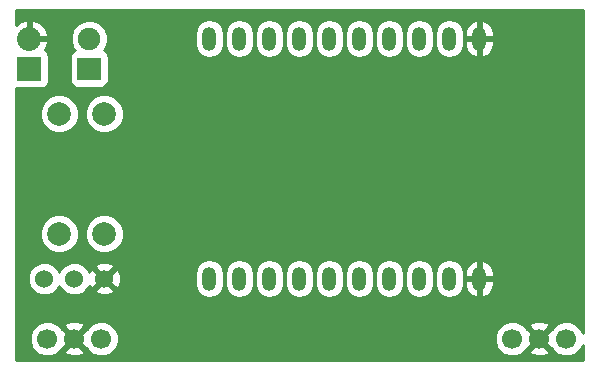
<source format=gbr>
G04 #@! TF.FileFunction,Copper,L2,Bot,Signal*
%FSLAX46Y46*%
G04 Gerber Fmt 4.6, Leading zero omitted, Abs format (unit mm)*
G04 Created by KiCad (PCBNEW 4.0.2+dfsg1-stable) date Sun 09 Apr 2017 07:28:00 PM CDT*
%MOMM*%
G01*
G04 APERTURE LIST*
%ADD10C,0.100000*%
%ADD11R,2.000000X1.900000*%
%ADD12C,1.900000*%
%ADD13C,1.524000*%
%ADD14C,1.998980*%
%ADD15C,1.699260*%
%ADD16O,1.200000X2.000000*%
%ADD17R,2.032000X2.032000*%
%ADD18O,2.032000X2.032000*%
%ADD19C,0.254000*%
G04 APERTURE END LIST*
D10*
D11*
X90170000Y-104140000D03*
D12*
X90170000Y-101600000D03*
D13*
X88900000Y-121920000D03*
X91440000Y-121920000D03*
X86360000Y-121920000D03*
D14*
X91440000Y-118110000D03*
X91440000Y-107950000D03*
X87630000Y-107950000D03*
X87630000Y-118110000D03*
D15*
X88900000Y-127000000D03*
X86608920Y-127000000D03*
X91191080Y-127000000D03*
X128270000Y-127000000D03*
X125978920Y-127000000D03*
X130561080Y-127000000D03*
D16*
X100330000Y-101600000D03*
X100330000Y-121920000D03*
X102870000Y-101600000D03*
X102870000Y-121920000D03*
X105410000Y-101600000D03*
X105410000Y-121920000D03*
X107950000Y-101600000D03*
X107950000Y-121920000D03*
X110490000Y-101600000D03*
X110490000Y-121920000D03*
X113030000Y-101600000D03*
X113030000Y-121920000D03*
X115570000Y-101600000D03*
X115570000Y-121920000D03*
X118110000Y-101600000D03*
X118110000Y-121920000D03*
X120650000Y-101600000D03*
X120650000Y-121920000D03*
X123190000Y-101600000D03*
X123190000Y-121920000D03*
D17*
X85090000Y-104140000D03*
D18*
X85090000Y-101600000D03*
D19*
G36*
X131953000Y-126480985D02*
X131820422Y-126160123D01*
X131403154Y-125742126D01*
X130857687Y-125515628D01*
X130267064Y-125515112D01*
X129721203Y-125740658D01*
X129322453Y-126138713D01*
X129313690Y-126135915D01*
X128449605Y-127000000D01*
X129313690Y-127864085D01*
X129322952Y-127861128D01*
X129719006Y-128257874D01*
X130264473Y-128484372D01*
X130855096Y-128484888D01*
X131400957Y-128259342D01*
X131818954Y-127842074D01*
X131953000Y-127519256D01*
X131953000Y-128778000D01*
X83947000Y-128778000D01*
X83947000Y-127294016D01*
X85124032Y-127294016D01*
X85349578Y-127839877D01*
X85766846Y-128257874D01*
X86312313Y-128484372D01*
X86902936Y-128484888D01*
X87448797Y-128259342D01*
X87664825Y-128043690D01*
X88035915Y-128043690D01*
X88116142Y-128294953D01*
X88671367Y-128496350D01*
X89261399Y-128469941D01*
X89683858Y-128294953D01*
X89764085Y-128043690D01*
X88900000Y-127179605D01*
X88035915Y-128043690D01*
X87664825Y-128043690D01*
X87847547Y-127861287D01*
X87856310Y-127864085D01*
X88720395Y-127000000D01*
X89079605Y-127000000D01*
X89943690Y-127864085D01*
X89952952Y-127861128D01*
X90349006Y-128257874D01*
X90894473Y-128484372D01*
X91485096Y-128484888D01*
X92030957Y-128259342D01*
X92448954Y-127842074D01*
X92675452Y-127296607D01*
X92675454Y-127294016D01*
X124494032Y-127294016D01*
X124719578Y-127839877D01*
X125136846Y-128257874D01*
X125682313Y-128484372D01*
X126272936Y-128484888D01*
X126818797Y-128259342D01*
X127034825Y-128043690D01*
X127405915Y-128043690D01*
X127486142Y-128294953D01*
X128041367Y-128496350D01*
X128631399Y-128469941D01*
X129053858Y-128294953D01*
X129134085Y-128043690D01*
X128270000Y-127179605D01*
X127405915Y-128043690D01*
X127034825Y-128043690D01*
X127217547Y-127861287D01*
X127226310Y-127864085D01*
X128090395Y-127000000D01*
X127226310Y-126135915D01*
X127217048Y-126138872D01*
X127034805Y-125956310D01*
X127405915Y-125956310D01*
X128270000Y-126820395D01*
X129134085Y-125956310D01*
X129053858Y-125705047D01*
X128498633Y-125503650D01*
X127908601Y-125530059D01*
X127486142Y-125705047D01*
X127405915Y-125956310D01*
X127034805Y-125956310D01*
X126820994Y-125742126D01*
X126275527Y-125515628D01*
X125684904Y-125515112D01*
X125139043Y-125740658D01*
X124721046Y-126157926D01*
X124494548Y-126703393D01*
X124494032Y-127294016D01*
X92675454Y-127294016D01*
X92675968Y-126705984D01*
X92450422Y-126160123D01*
X92033154Y-125742126D01*
X91487687Y-125515628D01*
X90897064Y-125515112D01*
X90351203Y-125740658D01*
X89952453Y-126138713D01*
X89943690Y-126135915D01*
X89079605Y-127000000D01*
X88720395Y-127000000D01*
X87856310Y-126135915D01*
X87847048Y-126138872D01*
X87664805Y-125956310D01*
X88035915Y-125956310D01*
X88900000Y-126820395D01*
X89764085Y-125956310D01*
X89683858Y-125705047D01*
X89128633Y-125503650D01*
X88538601Y-125530059D01*
X88116142Y-125705047D01*
X88035915Y-125956310D01*
X87664805Y-125956310D01*
X87450994Y-125742126D01*
X86905527Y-125515628D01*
X86314904Y-125515112D01*
X85769043Y-125740658D01*
X85351046Y-126157926D01*
X85124548Y-126703393D01*
X85124032Y-127294016D01*
X83947000Y-127294016D01*
X83947000Y-122196661D01*
X84962758Y-122196661D01*
X85174990Y-122710303D01*
X85567630Y-123103629D01*
X86080900Y-123316757D01*
X86636661Y-123317242D01*
X87150303Y-123105010D01*
X87543629Y-122712370D01*
X87629949Y-122504488D01*
X87714990Y-122710303D01*
X88107630Y-123103629D01*
X88620900Y-123316757D01*
X89176661Y-123317242D01*
X89690303Y-123105010D01*
X89895457Y-122900213D01*
X90639392Y-122900213D01*
X90708857Y-123142397D01*
X91232302Y-123329144D01*
X91787368Y-123301362D01*
X92171143Y-123142397D01*
X92240608Y-122900213D01*
X91440000Y-122099605D01*
X90639392Y-122900213D01*
X89895457Y-122900213D01*
X90083629Y-122712370D01*
X90163395Y-122520273D01*
X90217603Y-122651143D01*
X90459787Y-122720608D01*
X91260395Y-121920000D01*
X91619605Y-121920000D01*
X92420213Y-122720608D01*
X92662397Y-122651143D01*
X92849144Y-122127698D01*
X92821362Y-121572632D01*
X92786293Y-121487968D01*
X99095000Y-121487968D01*
X99095000Y-122352032D01*
X99189009Y-122824646D01*
X99456723Y-123225309D01*
X99857386Y-123493023D01*
X100330000Y-123587032D01*
X100802614Y-123493023D01*
X101203277Y-123225309D01*
X101470991Y-122824646D01*
X101565000Y-122352032D01*
X101565000Y-121487968D01*
X101635000Y-121487968D01*
X101635000Y-122352032D01*
X101729009Y-122824646D01*
X101996723Y-123225309D01*
X102397386Y-123493023D01*
X102870000Y-123587032D01*
X103342614Y-123493023D01*
X103743277Y-123225309D01*
X104010991Y-122824646D01*
X104105000Y-122352032D01*
X104105000Y-121487968D01*
X104175000Y-121487968D01*
X104175000Y-122352032D01*
X104269009Y-122824646D01*
X104536723Y-123225309D01*
X104937386Y-123493023D01*
X105410000Y-123587032D01*
X105882614Y-123493023D01*
X106283277Y-123225309D01*
X106550991Y-122824646D01*
X106645000Y-122352032D01*
X106645000Y-121487968D01*
X106715000Y-121487968D01*
X106715000Y-122352032D01*
X106809009Y-122824646D01*
X107076723Y-123225309D01*
X107477386Y-123493023D01*
X107950000Y-123587032D01*
X108422614Y-123493023D01*
X108823277Y-123225309D01*
X109090991Y-122824646D01*
X109185000Y-122352032D01*
X109185000Y-121487968D01*
X109255000Y-121487968D01*
X109255000Y-122352032D01*
X109349009Y-122824646D01*
X109616723Y-123225309D01*
X110017386Y-123493023D01*
X110490000Y-123587032D01*
X110962614Y-123493023D01*
X111363277Y-123225309D01*
X111630991Y-122824646D01*
X111725000Y-122352032D01*
X111725000Y-121487968D01*
X111795000Y-121487968D01*
X111795000Y-122352032D01*
X111889009Y-122824646D01*
X112156723Y-123225309D01*
X112557386Y-123493023D01*
X113030000Y-123587032D01*
X113502614Y-123493023D01*
X113903277Y-123225309D01*
X114170991Y-122824646D01*
X114265000Y-122352032D01*
X114265000Y-121487968D01*
X114335000Y-121487968D01*
X114335000Y-122352032D01*
X114429009Y-122824646D01*
X114696723Y-123225309D01*
X115097386Y-123493023D01*
X115570000Y-123587032D01*
X116042614Y-123493023D01*
X116443277Y-123225309D01*
X116710991Y-122824646D01*
X116805000Y-122352032D01*
X116805000Y-121487968D01*
X116875000Y-121487968D01*
X116875000Y-122352032D01*
X116969009Y-122824646D01*
X117236723Y-123225309D01*
X117637386Y-123493023D01*
X118110000Y-123587032D01*
X118582614Y-123493023D01*
X118983277Y-123225309D01*
X119250991Y-122824646D01*
X119345000Y-122352032D01*
X119345000Y-121487968D01*
X119415000Y-121487968D01*
X119415000Y-122352032D01*
X119509009Y-122824646D01*
X119776723Y-123225309D01*
X120177386Y-123493023D01*
X120650000Y-123587032D01*
X121122614Y-123493023D01*
X121523277Y-123225309D01*
X121790991Y-122824646D01*
X121885000Y-122352032D01*
X121885000Y-122047000D01*
X121955000Y-122047000D01*
X121955000Y-122447000D01*
X122097610Y-122909947D01*
X122406526Y-123283080D01*
X122834719Y-123509592D01*
X122872391Y-123513462D01*
X123063000Y-123388731D01*
X123063000Y-122047000D01*
X123317000Y-122047000D01*
X123317000Y-123388731D01*
X123507609Y-123513462D01*
X123545281Y-123509592D01*
X123973474Y-123283080D01*
X124282390Y-122909947D01*
X124425000Y-122447000D01*
X124425000Y-122047000D01*
X123317000Y-122047000D01*
X123063000Y-122047000D01*
X121955000Y-122047000D01*
X121885000Y-122047000D01*
X121885000Y-121487968D01*
X121866110Y-121393000D01*
X121955000Y-121393000D01*
X121955000Y-121793000D01*
X123063000Y-121793000D01*
X123063000Y-120451269D01*
X123317000Y-120451269D01*
X123317000Y-121793000D01*
X124425000Y-121793000D01*
X124425000Y-121393000D01*
X124282390Y-120930053D01*
X123973474Y-120556920D01*
X123545281Y-120330408D01*
X123507609Y-120326538D01*
X123317000Y-120451269D01*
X123063000Y-120451269D01*
X122872391Y-120326538D01*
X122834719Y-120330408D01*
X122406526Y-120556920D01*
X122097610Y-120930053D01*
X121955000Y-121393000D01*
X121866110Y-121393000D01*
X121790991Y-121015354D01*
X121523277Y-120614691D01*
X121122614Y-120346977D01*
X120650000Y-120252968D01*
X120177386Y-120346977D01*
X119776723Y-120614691D01*
X119509009Y-121015354D01*
X119415000Y-121487968D01*
X119345000Y-121487968D01*
X119250991Y-121015354D01*
X118983277Y-120614691D01*
X118582614Y-120346977D01*
X118110000Y-120252968D01*
X117637386Y-120346977D01*
X117236723Y-120614691D01*
X116969009Y-121015354D01*
X116875000Y-121487968D01*
X116805000Y-121487968D01*
X116710991Y-121015354D01*
X116443277Y-120614691D01*
X116042614Y-120346977D01*
X115570000Y-120252968D01*
X115097386Y-120346977D01*
X114696723Y-120614691D01*
X114429009Y-121015354D01*
X114335000Y-121487968D01*
X114265000Y-121487968D01*
X114170991Y-121015354D01*
X113903277Y-120614691D01*
X113502614Y-120346977D01*
X113030000Y-120252968D01*
X112557386Y-120346977D01*
X112156723Y-120614691D01*
X111889009Y-121015354D01*
X111795000Y-121487968D01*
X111725000Y-121487968D01*
X111630991Y-121015354D01*
X111363277Y-120614691D01*
X110962614Y-120346977D01*
X110490000Y-120252968D01*
X110017386Y-120346977D01*
X109616723Y-120614691D01*
X109349009Y-121015354D01*
X109255000Y-121487968D01*
X109185000Y-121487968D01*
X109090991Y-121015354D01*
X108823277Y-120614691D01*
X108422614Y-120346977D01*
X107950000Y-120252968D01*
X107477386Y-120346977D01*
X107076723Y-120614691D01*
X106809009Y-121015354D01*
X106715000Y-121487968D01*
X106645000Y-121487968D01*
X106550991Y-121015354D01*
X106283277Y-120614691D01*
X105882614Y-120346977D01*
X105410000Y-120252968D01*
X104937386Y-120346977D01*
X104536723Y-120614691D01*
X104269009Y-121015354D01*
X104175000Y-121487968D01*
X104105000Y-121487968D01*
X104010991Y-121015354D01*
X103743277Y-120614691D01*
X103342614Y-120346977D01*
X102870000Y-120252968D01*
X102397386Y-120346977D01*
X101996723Y-120614691D01*
X101729009Y-121015354D01*
X101635000Y-121487968D01*
X101565000Y-121487968D01*
X101470991Y-121015354D01*
X101203277Y-120614691D01*
X100802614Y-120346977D01*
X100330000Y-120252968D01*
X99857386Y-120346977D01*
X99456723Y-120614691D01*
X99189009Y-121015354D01*
X99095000Y-121487968D01*
X92786293Y-121487968D01*
X92662397Y-121188857D01*
X92420213Y-121119392D01*
X91619605Y-121920000D01*
X91260395Y-121920000D01*
X90459787Y-121119392D01*
X90217603Y-121188857D01*
X90167491Y-121329318D01*
X90085010Y-121129697D01*
X89895432Y-120939787D01*
X90639392Y-120939787D01*
X91440000Y-121740395D01*
X92240608Y-120939787D01*
X92171143Y-120697603D01*
X91647698Y-120510856D01*
X91092632Y-120538638D01*
X90708857Y-120697603D01*
X90639392Y-120939787D01*
X89895432Y-120939787D01*
X89692370Y-120736371D01*
X89179100Y-120523243D01*
X88623339Y-120522758D01*
X88109697Y-120734990D01*
X87716371Y-121127630D01*
X87630051Y-121335512D01*
X87545010Y-121129697D01*
X87152370Y-120736371D01*
X86639100Y-120523243D01*
X86083339Y-120522758D01*
X85569697Y-120734990D01*
X85176371Y-121127630D01*
X84963243Y-121640900D01*
X84962758Y-122196661D01*
X83947000Y-122196661D01*
X83947000Y-118433694D01*
X85995226Y-118433694D01*
X86243538Y-119034655D01*
X86702927Y-119494846D01*
X87303453Y-119744206D01*
X87953694Y-119744774D01*
X88554655Y-119496462D01*
X89014846Y-119037073D01*
X89264206Y-118436547D01*
X89264208Y-118433694D01*
X89805226Y-118433694D01*
X90053538Y-119034655D01*
X90512927Y-119494846D01*
X91113453Y-119744206D01*
X91763694Y-119744774D01*
X92364655Y-119496462D01*
X92824846Y-119037073D01*
X93074206Y-118436547D01*
X93074774Y-117786306D01*
X92826462Y-117185345D01*
X92367073Y-116725154D01*
X91766547Y-116475794D01*
X91116306Y-116475226D01*
X90515345Y-116723538D01*
X90055154Y-117182927D01*
X89805794Y-117783453D01*
X89805226Y-118433694D01*
X89264208Y-118433694D01*
X89264774Y-117786306D01*
X89016462Y-117185345D01*
X88557073Y-116725154D01*
X87956547Y-116475794D01*
X87306306Y-116475226D01*
X86705345Y-116723538D01*
X86245154Y-117182927D01*
X85995794Y-117783453D01*
X85995226Y-118433694D01*
X83947000Y-118433694D01*
X83947000Y-108273694D01*
X85995226Y-108273694D01*
X86243538Y-108874655D01*
X86702927Y-109334846D01*
X87303453Y-109584206D01*
X87953694Y-109584774D01*
X88554655Y-109336462D01*
X89014846Y-108877073D01*
X89264206Y-108276547D01*
X89264208Y-108273694D01*
X89805226Y-108273694D01*
X90053538Y-108874655D01*
X90512927Y-109334846D01*
X91113453Y-109584206D01*
X91763694Y-109584774D01*
X92364655Y-109336462D01*
X92824846Y-108877073D01*
X93074206Y-108276547D01*
X93074774Y-107626306D01*
X92826462Y-107025345D01*
X92367073Y-106565154D01*
X91766547Y-106315794D01*
X91116306Y-106315226D01*
X90515345Y-106563538D01*
X90055154Y-107022927D01*
X89805794Y-107623453D01*
X89805226Y-108273694D01*
X89264208Y-108273694D01*
X89264774Y-107626306D01*
X89016462Y-107025345D01*
X88557073Y-106565154D01*
X87956547Y-106315794D01*
X87306306Y-106315226D01*
X86705345Y-106563538D01*
X86245154Y-107022927D01*
X85995794Y-107623453D01*
X85995226Y-108273694D01*
X83947000Y-108273694D01*
X83947000Y-105777722D01*
X84074000Y-105803440D01*
X86106000Y-105803440D01*
X86341317Y-105759162D01*
X86557441Y-105620090D01*
X86702431Y-105407890D01*
X86753440Y-105156000D01*
X86753440Y-103190000D01*
X88522560Y-103190000D01*
X88522560Y-105090000D01*
X88566838Y-105325317D01*
X88705910Y-105541441D01*
X88918110Y-105686431D01*
X89170000Y-105737440D01*
X91170000Y-105737440D01*
X91405317Y-105693162D01*
X91621441Y-105554090D01*
X91766431Y-105341890D01*
X91817440Y-105090000D01*
X91817440Y-103190000D01*
X91773162Y-102954683D01*
X91634090Y-102738559D01*
X91421890Y-102593569D01*
X91418808Y-102592945D01*
X91512914Y-102499003D01*
X91754724Y-101916659D01*
X91755275Y-101286107D01*
X91706461Y-101167968D01*
X99095000Y-101167968D01*
X99095000Y-102032032D01*
X99189009Y-102504646D01*
X99456723Y-102905309D01*
X99857386Y-103173023D01*
X100330000Y-103267032D01*
X100802614Y-103173023D01*
X101203277Y-102905309D01*
X101470991Y-102504646D01*
X101565000Y-102032032D01*
X101565000Y-101167968D01*
X101635000Y-101167968D01*
X101635000Y-102032032D01*
X101729009Y-102504646D01*
X101996723Y-102905309D01*
X102397386Y-103173023D01*
X102870000Y-103267032D01*
X103342614Y-103173023D01*
X103743277Y-102905309D01*
X104010991Y-102504646D01*
X104105000Y-102032032D01*
X104105000Y-101167968D01*
X104175000Y-101167968D01*
X104175000Y-102032032D01*
X104269009Y-102504646D01*
X104536723Y-102905309D01*
X104937386Y-103173023D01*
X105410000Y-103267032D01*
X105882614Y-103173023D01*
X106283277Y-102905309D01*
X106550991Y-102504646D01*
X106645000Y-102032032D01*
X106645000Y-101167968D01*
X106715000Y-101167968D01*
X106715000Y-102032032D01*
X106809009Y-102504646D01*
X107076723Y-102905309D01*
X107477386Y-103173023D01*
X107950000Y-103267032D01*
X108422614Y-103173023D01*
X108823277Y-102905309D01*
X109090991Y-102504646D01*
X109185000Y-102032032D01*
X109185000Y-101167968D01*
X109255000Y-101167968D01*
X109255000Y-102032032D01*
X109349009Y-102504646D01*
X109616723Y-102905309D01*
X110017386Y-103173023D01*
X110490000Y-103267032D01*
X110962614Y-103173023D01*
X111363277Y-102905309D01*
X111630991Y-102504646D01*
X111725000Y-102032032D01*
X111725000Y-101167968D01*
X111795000Y-101167968D01*
X111795000Y-102032032D01*
X111889009Y-102504646D01*
X112156723Y-102905309D01*
X112557386Y-103173023D01*
X113030000Y-103267032D01*
X113502614Y-103173023D01*
X113903277Y-102905309D01*
X114170991Y-102504646D01*
X114265000Y-102032032D01*
X114265000Y-101167968D01*
X114335000Y-101167968D01*
X114335000Y-102032032D01*
X114429009Y-102504646D01*
X114696723Y-102905309D01*
X115097386Y-103173023D01*
X115570000Y-103267032D01*
X116042614Y-103173023D01*
X116443277Y-102905309D01*
X116710991Y-102504646D01*
X116805000Y-102032032D01*
X116805000Y-101167968D01*
X116875000Y-101167968D01*
X116875000Y-102032032D01*
X116969009Y-102504646D01*
X117236723Y-102905309D01*
X117637386Y-103173023D01*
X118110000Y-103267032D01*
X118582614Y-103173023D01*
X118983277Y-102905309D01*
X119250991Y-102504646D01*
X119345000Y-102032032D01*
X119345000Y-101167968D01*
X119415000Y-101167968D01*
X119415000Y-102032032D01*
X119509009Y-102504646D01*
X119776723Y-102905309D01*
X120177386Y-103173023D01*
X120650000Y-103267032D01*
X121122614Y-103173023D01*
X121523277Y-102905309D01*
X121790991Y-102504646D01*
X121885000Y-102032032D01*
X121885000Y-101727000D01*
X121955000Y-101727000D01*
X121955000Y-102127000D01*
X122097610Y-102589947D01*
X122406526Y-102963080D01*
X122834719Y-103189592D01*
X122872391Y-103193462D01*
X123063000Y-103068731D01*
X123063000Y-101727000D01*
X123317000Y-101727000D01*
X123317000Y-103068731D01*
X123507609Y-103193462D01*
X123545281Y-103189592D01*
X123973474Y-102963080D01*
X124282390Y-102589947D01*
X124425000Y-102127000D01*
X124425000Y-101727000D01*
X123317000Y-101727000D01*
X123063000Y-101727000D01*
X121955000Y-101727000D01*
X121885000Y-101727000D01*
X121885000Y-101167968D01*
X121866110Y-101073000D01*
X121955000Y-101073000D01*
X121955000Y-101473000D01*
X123063000Y-101473000D01*
X123063000Y-100131269D01*
X123317000Y-100131269D01*
X123317000Y-101473000D01*
X124425000Y-101473000D01*
X124425000Y-101073000D01*
X124282390Y-100610053D01*
X123973474Y-100236920D01*
X123545281Y-100010408D01*
X123507609Y-100006538D01*
X123317000Y-100131269D01*
X123063000Y-100131269D01*
X122872391Y-100006538D01*
X122834719Y-100010408D01*
X122406526Y-100236920D01*
X122097610Y-100610053D01*
X121955000Y-101073000D01*
X121866110Y-101073000D01*
X121790991Y-100695354D01*
X121523277Y-100294691D01*
X121122614Y-100026977D01*
X120650000Y-99932968D01*
X120177386Y-100026977D01*
X119776723Y-100294691D01*
X119509009Y-100695354D01*
X119415000Y-101167968D01*
X119345000Y-101167968D01*
X119250991Y-100695354D01*
X118983277Y-100294691D01*
X118582614Y-100026977D01*
X118110000Y-99932968D01*
X117637386Y-100026977D01*
X117236723Y-100294691D01*
X116969009Y-100695354D01*
X116875000Y-101167968D01*
X116805000Y-101167968D01*
X116710991Y-100695354D01*
X116443277Y-100294691D01*
X116042614Y-100026977D01*
X115570000Y-99932968D01*
X115097386Y-100026977D01*
X114696723Y-100294691D01*
X114429009Y-100695354D01*
X114335000Y-101167968D01*
X114265000Y-101167968D01*
X114170991Y-100695354D01*
X113903277Y-100294691D01*
X113502614Y-100026977D01*
X113030000Y-99932968D01*
X112557386Y-100026977D01*
X112156723Y-100294691D01*
X111889009Y-100695354D01*
X111795000Y-101167968D01*
X111725000Y-101167968D01*
X111630991Y-100695354D01*
X111363277Y-100294691D01*
X110962614Y-100026977D01*
X110490000Y-99932968D01*
X110017386Y-100026977D01*
X109616723Y-100294691D01*
X109349009Y-100695354D01*
X109255000Y-101167968D01*
X109185000Y-101167968D01*
X109090991Y-100695354D01*
X108823277Y-100294691D01*
X108422614Y-100026977D01*
X107950000Y-99932968D01*
X107477386Y-100026977D01*
X107076723Y-100294691D01*
X106809009Y-100695354D01*
X106715000Y-101167968D01*
X106645000Y-101167968D01*
X106550991Y-100695354D01*
X106283277Y-100294691D01*
X105882614Y-100026977D01*
X105410000Y-99932968D01*
X104937386Y-100026977D01*
X104536723Y-100294691D01*
X104269009Y-100695354D01*
X104175000Y-101167968D01*
X104105000Y-101167968D01*
X104010991Y-100695354D01*
X103743277Y-100294691D01*
X103342614Y-100026977D01*
X102870000Y-99932968D01*
X102397386Y-100026977D01*
X101996723Y-100294691D01*
X101729009Y-100695354D01*
X101635000Y-101167968D01*
X101565000Y-101167968D01*
X101470991Y-100695354D01*
X101203277Y-100294691D01*
X100802614Y-100026977D01*
X100330000Y-99932968D01*
X99857386Y-100026977D01*
X99456723Y-100294691D01*
X99189009Y-100695354D01*
X99095000Y-101167968D01*
X91706461Y-101167968D01*
X91514481Y-100703343D01*
X91069003Y-100257086D01*
X90486659Y-100015276D01*
X89856107Y-100014725D01*
X89273343Y-100255519D01*
X88827086Y-100700997D01*
X88585276Y-101283341D01*
X88584725Y-101913893D01*
X88825519Y-102496657D01*
X88923029Y-102594337D01*
X88718559Y-102725910D01*
X88573569Y-102938110D01*
X88522560Y-103190000D01*
X86753440Y-103190000D01*
X86753440Y-103124000D01*
X86709162Y-102888683D01*
X86570090Y-102672559D01*
X86423128Y-102572144D01*
X86427188Y-102568379D01*
X86695983Y-101982946D01*
X86577367Y-101727000D01*
X85217000Y-101727000D01*
X85217000Y-101747000D01*
X84963000Y-101747000D01*
X84963000Y-101727000D01*
X84943000Y-101727000D01*
X84943000Y-101473000D01*
X84963000Y-101473000D01*
X84963000Y-100113164D01*
X85217000Y-100113164D01*
X85217000Y-101473000D01*
X86577367Y-101473000D01*
X86695983Y-101217054D01*
X86427188Y-100631621D01*
X85954818Y-100193615D01*
X85472944Y-99994025D01*
X85217000Y-100113164D01*
X84963000Y-100113164D01*
X84707056Y-99994025D01*
X84225182Y-100193615D01*
X83947000Y-100451560D01*
X83947000Y-99187000D01*
X131953000Y-99187000D01*
X131953000Y-126480985D01*
X131953000Y-126480985D01*
G37*
X131953000Y-126480985D02*
X131820422Y-126160123D01*
X131403154Y-125742126D01*
X130857687Y-125515628D01*
X130267064Y-125515112D01*
X129721203Y-125740658D01*
X129322453Y-126138713D01*
X129313690Y-126135915D01*
X128449605Y-127000000D01*
X129313690Y-127864085D01*
X129322952Y-127861128D01*
X129719006Y-128257874D01*
X130264473Y-128484372D01*
X130855096Y-128484888D01*
X131400957Y-128259342D01*
X131818954Y-127842074D01*
X131953000Y-127519256D01*
X131953000Y-128778000D01*
X83947000Y-128778000D01*
X83947000Y-127294016D01*
X85124032Y-127294016D01*
X85349578Y-127839877D01*
X85766846Y-128257874D01*
X86312313Y-128484372D01*
X86902936Y-128484888D01*
X87448797Y-128259342D01*
X87664825Y-128043690D01*
X88035915Y-128043690D01*
X88116142Y-128294953D01*
X88671367Y-128496350D01*
X89261399Y-128469941D01*
X89683858Y-128294953D01*
X89764085Y-128043690D01*
X88900000Y-127179605D01*
X88035915Y-128043690D01*
X87664825Y-128043690D01*
X87847547Y-127861287D01*
X87856310Y-127864085D01*
X88720395Y-127000000D01*
X89079605Y-127000000D01*
X89943690Y-127864085D01*
X89952952Y-127861128D01*
X90349006Y-128257874D01*
X90894473Y-128484372D01*
X91485096Y-128484888D01*
X92030957Y-128259342D01*
X92448954Y-127842074D01*
X92675452Y-127296607D01*
X92675454Y-127294016D01*
X124494032Y-127294016D01*
X124719578Y-127839877D01*
X125136846Y-128257874D01*
X125682313Y-128484372D01*
X126272936Y-128484888D01*
X126818797Y-128259342D01*
X127034825Y-128043690D01*
X127405915Y-128043690D01*
X127486142Y-128294953D01*
X128041367Y-128496350D01*
X128631399Y-128469941D01*
X129053858Y-128294953D01*
X129134085Y-128043690D01*
X128270000Y-127179605D01*
X127405915Y-128043690D01*
X127034825Y-128043690D01*
X127217547Y-127861287D01*
X127226310Y-127864085D01*
X128090395Y-127000000D01*
X127226310Y-126135915D01*
X127217048Y-126138872D01*
X127034805Y-125956310D01*
X127405915Y-125956310D01*
X128270000Y-126820395D01*
X129134085Y-125956310D01*
X129053858Y-125705047D01*
X128498633Y-125503650D01*
X127908601Y-125530059D01*
X127486142Y-125705047D01*
X127405915Y-125956310D01*
X127034805Y-125956310D01*
X126820994Y-125742126D01*
X126275527Y-125515628D01*
X125684904Y-125515112D01*
X125139043Y-125740658D01*
X124721046Y-126157926D01*
X124494548Y-126703393D01*
X124494032Y-127294016D01*
X92675454Y-127294016D01*
X92675968Y-126705984D01*
X92450422Y-126160123D01*
X92033154Y-125742126D01*
X91487687Y-125515628D01*
X90897064Y-125515112D01*
X90351203Y-125740658D01*
X89952453Y-126138713D01*
X89943690Y-126135915D01*
X89079605Y-127000000D01*
X88720395Y-127000000D01*
X87856310Y-126135915D01*
X87847048Y-126138872D01*
X87664805Y-125956310D01*
X88035915Y-125956310D01*
X88900000Y-126820395D01*
X89764085Y-125956310D01*
X89683858Y-125705047D01*
X89128633Y-125503650D01*
X88538601Y-125530059D01*
X88116142Y-125705047D01*
X88035915Y-125956310D01*
X87664805Y-125956310D01*
X87450994Y-125742126D01*
X86905527Y-125515628D01*
X86314904Y-125515112D01*
X85769043Y-125740658D01*
X85351046Y-126157926D01*
X85124548Y-126703393D01*
X85124032Y-127294016D01*
X83947000Y-127294016D01*
X83947000Y-122196661D01*
X84962758Y-122196661D01*
X85174990Y-122710303D01*
X85567630Y-123103629D01*
X86080900Y-123316757D01*
X86636661Y-123317242D01*
X87150303Y-123105010D01*
X87543629Y-122712370D01*
X87629949Y-122504488D01*
X87714990Y-122710303D01*
X88107630Y-123103629D01*
X88620900Y-123316757D01*
X89176661Y-123317242D01*
X89690303Y-123105010D01*
X89895457Y-122900213D01*
X90639392Y-122900213D01*
X90708857Y-123142397D01*
X91232302Y-123329144D01*
X91787368Y-123301362D01*
X92171143Y-123142397D01*
X92240608Y-122900213D01*
X91440000Y-122099605D01*
X90639392Y-122900213D01*
X89895457Y-122900213D01*
X90083629Y-122712370D01*
X90163395Y-122520273D01*
X90217603Y-122651143D01*
X90459787Y-122720608D01*
X91260395Y-121920000D01*
X91619605Y-121920000D01*
X92420213Y-122720608D01*
X92662397Y-122651143D01*
X92849144Y-122127698D01*
X92821362Y-121572632D01*
X92786293Y-121487968D01*
X99095000Y-121487968D01*
X99095000Y-122352032D01*
X99189009Y-122824646D01*
X99456723Y-123225309D01*
X99857386Y-123493023D01*
X100330000Y-123587032D01*
X100802614Y-123493023D01*
X101203277Y-123225309D01*
X101470991Y-122824646D01*
X101565000Y-122352032D01*
X101565000Y-121487968D01*
X101635000Y-121487968D01*
X101635000Y-122352032D01*
X101729009Y-122824646D01*
X101996723Y-123225309D01*
X102397386Y-123493023D01*
X102870000Y-123587032D01*
X103342614Y-123493023D01*
X103743277Y-123225309D01*
X104010991Y-122824646D01*
X104105000Y-122352032D01*
X104105000Y-121487968D01*
X104175000Y-121487968D01*
X104175000Y-122352032D01*
X104269009Y-122824646D01*
X104536723Y-123225309D01*
X104937386Y-123493023D01*
X105410000Y-123587032D01*
X105882614Y-123493023D01*
X106283277Y-123225309D01*
X106550991Y-122824646D01*
X106645000Y-122352032D01*
X106645000Y-121487968D01*
X106715000Y-121487968D01*
X106715000Y-122352032D01*
X106809009Y-122824646D01*
X107076723Y-123225309D01*
X107477386Y-123493023D01*
X107950000Y-123587032D01*
X108422614Y-123493023D01*
X108823277Y-123225309D01*
X109090991Y-122824646D01*
X109185000Y-122352032D01*
X109185000Y-121487968D01*
X109255000Y-121487968D01*
X109255000Y-122352032D01*
X109349009Y-122824646D01*
X109616723Y-123225309D01*
X110017386Y-123493023D01*
X110490000Y-123587032D01*
X110962614Y-123493023D01*
X111363277Y-123225309D01*
X111630991Y-122824646D01*
X111725000Y-122352032D01*
X111725000Y-121487968D01*
X111795000Y-121487968D01*
X111795000Y-122352032D01*
X111889009Y-122824646D01*
X112156723Y-123225309D01*
X112557386Y-123493023D01*
X113030000Y-123587032D01*
X113502614Y-123493023D01*
X113903277Y-123225309D01*
X114170991Y-122824646D01*
X114265000Y-122352032D01*
X114265000Y-121487968D01*
X114335000Y-121487968D01*
X114335000Y-122352032D01*
X114429009Y-122824646D01*
X114696723Y-123225309D01*
X115097386Y-123493023D01*
X115570000Y-123587032D01*
X116042614Y-123493023D01*
X116443277Y-123225309D01*
X116710991Y-122824646D01*
X116805000Y-122352032D01*
X116805000Y-121487968D01*
X116875000Y-121487968D01*
X116875000Y-122352032D01*
X116969009Y-122824646D01*
X117236723Y-123225309D01*
X117637386Y-123493023D01*
X118110000Y-123587032D01*
X118582614Y-123493023D01*
X118983277Y-123225309D01*
X119250991Y-122824646D01*
X119345000Y-122352032D01*
X119345000Y-121487968D01*
X119415000Y-121487968D01*
X119415000Y-122352032D01*
X119509009Y-122824646D01*
X119776723Y-123225309D01*
X120177386Y-123493023D01*
X120650000Y-123587032D01*
X121122614Y-123493023D01*
X121523277Y-123225309D01*
X121790991Y-122824646D01*
X121885000Y-122352032D01*
X121885000Y-122047000D01*
X121955000Y-122047000D01*
X121955000Y-122447000D01*
X122097610Y-122909947D01*
X122406526Y-123283080D01*
X122834719Y-123509592D01*
X122872391Y-123513462D01*
X123063000Y-123388731D01*
X123063000Y-122047000D01*
X123317000Y-122047000D01*
X123317000Y-123388731D01*
X123507609Y-123513462D01*
X123545281Y-123509592D01*
X123973474Y-123283080D01*
X124282390Y-122909947D01*
X124425000Y-122447000D01*
X124425000Y-122047000D01*
X123317000Y-122047000D01*
X123063000Y-122047000D01*
X121955000Y-122047000D01*
X121885000Y-122047000D01*
X121885000Y-121487968D01*
X121866110Y-121393000D01*
X121955000Y-121393000D01*
X121955000Y-121793000D01*
X123063000Y-121793000D01*
X123063000Y-120451269D01*
X123317000Y-120451269D01*
X123317000Y-121793000D01*
X124425000Y-121793000D01*
X124425000Y-121393000D01*
X124282390Y-120930053D01*
X123973474Y-120556920D01*
X123545281Y-120330408D01*
X123507609Y-120326538D01*
X123317000Y-120451269D01*
X123063000Y-120451269D01*
X122872391Y-120326538D01*
X122834719Y-120330408D01*
X122406526Y-120556920D01*
X122097610Y-120930053D01*
X121955000Y-121393000D01*
X121866110Y-121393000D01*
X121790991Y-121015354D01*
X121523277Y-120614691D01*
X121122614Y-120346977D01*
X120650000Y-120252968D01*
X120177386Y-120346977D01*
X119776723Y-120614691D01*
X119509009Y-121015354D01*
X119415000Y-121487968D01*
X119345000Y-121487968D01*
X119250991Y-121015354D01*
X118983277Y-120614691D01*
X118582614Y-120346977D01*
X118110000Y-120252968D01*
X117637386Y-120346977D01*
X117236723Y-120614691D01*
X116969009Y-121015354D01*
X116875000Y-121487968D01*
X116805000Y-121487968D01*
X116710991Y-121015354D01*
X116443277Y-120614691D01*
X116042614Y-120346977D01*
X115570000Y-120252968D01*
X115097386Y-120346977D01*
X114696723Y-120614691D01*
X114429009Y-121015354D01*
X114335000Y-121487968D01*
X114265000Y-121487968D01*
X114170991Y-121015354D01*
X113903277Y-120614691D01*
X113502614Y-120346977D01*
X113030000Y-120252968D01*
X112557386Y-120346977D01*
X112156723Y-120614691D01*
X111889009Y-121015354D01*
X111795000Y-121487968D01*
X111725000Y-121487968D01*
X111630991Y-121015354D01*
X111363277Y-120614691D01*
X110962614Y-120346977D01*
X110490000Y-120252968D01*
X110017386Y-120346977D01*
X109616723Y-120614691D01*
X109349009Y-121015354D01*
X109255000Y-121487968D01*
X109185000Y-121487968D01*
X109090991Y-121015354D01*
X108823277Y-120614691D01*
X108422614Y-120346977D01*
X107950000Y-120252968D01*
X107477386Y-120346977D01*
X107076723Y-120614691D01*
X106809009Y-121015354D01*
X106715000Y-121487968D01*
X106645000Y-121487968D01*
X106550991Y-121015354D01*
X106283277Y-120614691D01*
X105882614Y-120346977D01*
X105410000Y-120252968D01*
X104937386Y-120346977D01*
X104536723Y-120614691D01*
X104269009Y-121015354D01*
X104175000Y-121487968D01*
X104105000Y-121487968D01*
X104010991Y-121015354D01*
X103743277Y-120614691D01*
X103342614Y-120346977D01*
X102870000Y-120252968D01*
X102397386Y-120346977D01*
X101996723Y-120614691D01*
X101729009Y-121015354D01*
X101635000Y-121487968D01*
X101565000Y-121487968D01*
X101470991Y-121015354D01*
X101203277Y-120614691D01*
X100802614Y-120346977D01*
X100330000Y-120252968D01*
X99857386Y-120346977D01*
X99456723Y-120614691D01*
X99189009Y-121015354D01*
X99095000Y-121487968D01*
X92786293Y-121487968D01*
X92662397Y-121188857D01*
X92420213Y-121119392D01*
X91619605Y-121920000D01*
X91260395Y-121920000D01*
X90459787Y-121119392D01*
X90217603Y-121188857D01*
X90167491Y-121329318D01*
X90085010Y-121129697D01*
X89895432Y-120939787D01*
X90639392Y-120939787D01*
X91440000Y-121740395D01*
X92240608Y-120939787D01*
X92171143Y-120697603D01*
X91647698Y-120510856D01*
X91092632Y-120538638D01*
X90708857Y-120697603D01*
X90639392Y-120939787D01*
X89895432Y-120939787D01*
X89692370Y-120736371D01*
X89179100Y-120523243D01*
X88623339Y-120522758D01*
X88109697Y-120734990D01*
X87716371Y-121127630D01*
X87630051Y-121335512D01*
X87545010Y-121129697D01*
X87152370Y-120736371D01*
X86639100Y-120523243D01*
X86083339Y-120522758D01*
X85569697Y-120734990D01*
X85176371Y-121127630D01*
X84963243Y-121640900D01*
X84962758Y-122196661D01*
X83947000Y-122196661D01*
X83947000Y-118433694D01*
X85995226Y-118433694D01*
X86243538Y-119034655D01*
X86702927Y-119494846D01*
X87303453Y-119744206D01*
X87953694Y-119744774D01*
X88554655Y-119496462D01*
X89014846Y-119037073D01*
X89264206Y-118436547D01*
X89264208Y-118433694D01*
X89805226Y-118433694D01*
X90053538Y-119034655D01*
X90512927Y-119494846D01*
X91113453Y-119744206D01*
X91763694Y-119744774D01*
X92364655Y-119496462D01*
X92824846Y-119037073D01*
X93074206Y-118436547D01*
X93074774Y-117786306D01*
X92826462Y-117185345D01*
X92367073Y-116725154D01*
X91766547Y-116475794D01*
X91116306Y-116475226D01*
X90515345Y-116723538D01*
X90055154Y-117182927D01*
X89805794Y-117783453D01*
X89805226Y-118433694D01*
X89264208Y-118433694D01*
X89264774Y-117786306D01*
X89016462Y-117185345D01*
X88557073Y-116725154D01*
X87956547Y-116475794D01*
X87306306Y-116475226D01*
X86705345Y-116723538D01*
X86245154Y-117182927D01*
X85995794Y-117783453D01*
X85995226Y-118433694D01*
X83947000Y-118433694D01*
X83947000Y-108273694D01*
X85995226Y-108273694D01*
X86243538Y-108874655D01*
X86702927Y-109334846D01*
X87303453Y-109584206D01*
X87953694Y-109584774D01*
X88554655Y-109336462D01*
X89014846Y-108877073D01*
X89264206Y-108276547D01*
X89264208Y-108273694D01*
X89805226Y-108273694D01*
X90053538Y-108874655D01*
X90512927Y-109334846D01*
X91113453Y-109584206D01*
X91763694Y-109584774D01*
X92364655Y-109336462D01*
X92824846Y-108877073D01*
X93074206Y-108276547D01*
X93074774Y-107626306D01*
X92826462Y-107025345D01*
X92367073Y-106565154D01*
X91766547Y-106315794D01*
X91116306Y-106315226D01*
X90515345Y-106563538D01*
X90055154Y-107022927D01*
X89805794Y-107623453D01*
X89805226Y-108273694D01*
X89264208Y-108273694D01*
X89264774Y-107626306D01*
X89016462Y-107025345D01*
X88557073Y-106565154D01*
X87956547Y-106315794D01*
X87306306Y-106315226D01*
X86705345Y-106563538D01*
X86245154Y-107022927D01*
X85995794Y-107623453D01*
X85995226Y-108273694D01*
X83947000Y-108273694D01*
X83947000Y-105777722D01*
X84074000Y-105803440D01*
X86106000Y-105803440D01*
X86341317Y-105759162D01*
X86557441Y-105620090D01*
X86702431Y-105407890D01*
X86753440Y-105156000D01*
X86753440Y-103190000D01*
X88522560Y-103190000D01*
X88522560Y-105090000D01*
X88566838Y-105325317D01*
X88705910Y-105541441D01*
X88918110Y-105686431D01*
X89170000Y-105737440D01*
X91170000Y-105737440D01*
X91405317Y-105693162D01*
X91621441Y-105554090D01*
X91766431Y-105341890D01*
X91817440Y-105090000D01*
X91817440Y-103190000D01*
X91773162Y-102954683D01*
X91634090Y-102738559D01*
X91421890Y-102593569D01*
X91418808Y-102592945D01*
X91512914Y-102499003D01*
X91754724Y-101916659D01*
X91755275Y-101286107D01*
X91706461Y-101167968D01*
X99095000Y-101167968D01*
X99095000Y-102032032D01*
X99189009Y-102504646D01*
X99456723Y-102905309D01*
X99857386Y-103173023D01*
X100330000Y-103267032D01*
X100802614Y-103173023D01*
X101203277Y-102905309D01*
X101470991Y-102504646D01*
X101565000Y-102032032D01*
X101565000Y-101167968D01*
X101635000Y-101167968D01*
X101635000Y-102032032D01*
X101729009Y-102504646D01*
X101996723Y-102905309D01*
X102397386Y-103173023D01*
X102870000Y-103267032D01*
X103342614Y-103173023D01*
X103743277Y-102905309D01*
X104010991Y-102504646D01*
X104105000Y-102032032D01*
X104105000Y-101167968D01*
X104175000Y-101167968D01*
X104175000Y-102032032D01*
X104269009Y-102504646D01*
X104536723Y-102905309D01*
X104937386Y-103173023D01*
X105410000Y-103267032D01*
X105882614Y-103173023D01*
X106283277Y-102905309D01*
X106550991Y-102504646D01*
X106645000Y-102032032D01*
X106645000Y-101167968D01*
X106715000Y-101167968D01*
X106715000Y-102032032D01*
X106809009Y-102504646D01*
X107076723Y-102905309D01*
X107477386Y-103173023D01*
X107950000Y-103267032D01*
X108422614Y-103173023D01*
X108823277Y-102905309D01*
X109090991Y-102504646D01*
X109185000Y-102032032D01*
X109185000Y-101167968D01*
X109255000Y-101167968D01*
X109255000Y-102032032D01*
X109349009Y-102504646D01*
X109616723Y-102905309D01*
X110017386Y-103173023D01*
X110490000Y-103267032D01*
X110962614Y-103173023D01*
X111363277Y-102905309D01*
X111630991Y-102504646D01*
X111725000Y-102032032D01*
X111725000Y-101167968D01*
X111795000Y-101167968D01*
X111795000Y-102032032D01*
X111889009Y-102504646D01*
X112156723Y-102905309D01*
X112557386Y-103173023D01*
X113030000Y-103267032D01*
X113502614Y-103173023D01*
X113903277Y-102905309D01*
X114170991Y-102504646D01*
X114265000Y-102032032D01*
X114265000Y-101167968D01*
X114335000Y-101167968D01*
X114335000Y-102032032D01*
X114429009Y-102504646D01*
X114696723Y-102905309D01*
X115097386Y-103173023D01*
X115570000Y-103267032D01*
X116042614Y-103173023D01*
X116443277Y-102905309D01*
X116710991Y-102504646D01*
X116805000Y-102032032D01*
X116805000Y-101167968D01*
X116875000Y-101167968D01*
X116875000Y-102032032D01*
X116969009Y-102504646D01*
X117236723Y-102905309D01*
X117637386Y-103173023D01*
X118110000Y-103267032D01*
X118582614Y-103173023D01*
X118983277Y-102905309D01*
X119250991Y-102504646D01*
X119345000Y-102032032D01*
X119345000Y-101167968D01*
X119415000Y-101167968D01*
X119415000Y-102032032D01*
X119509009Y-102504646D01*
X119776723Y-102905309D01*
X120177386Y-103173023D01*
X120650000Y-103267032D01*
X121122614Y-103173023D01*
X121523277Y-102905309D01*
X121790991Y-102504646D01*
X121885000Y-102032032D01*
X121885000Y-101727000D01*
X121955000Y-101727000D01*
X121955000Y-102127000D01*
X122097610Y-102589947D01*
X122406526Y-102963080D01*
X122834719Y-103189592D01*
X122872391Y-103193462D01*
X123063000Y-103068731D01*
X123063000Y-101727000D01*
X123317000Y-101727000D01*
X123317000Y-103068731D01*
X123507609Y-103193462D01*
X123545281Y-103189592D01*
X123973474Y-102963080D01*
X124282390Y-102589947D01*
X124425000Y-102127000D01*
X124425000Y-101727000D01*
X123317000Y-101727000D01*
X123063000Y-101727000D01*
X121955000Y-101727000D01*
X121885000Y-101727000D01*
X121885000Y-101167968D01*
X121866110Y-101073000D01*
X121955000Y-101073000D01*
X121955000Y-101473000D01*
X123063000Y-101473000D01*
X123063000Y-100131269D01*
X123317000Y-100131269D01*
X123317000Y-101473000D01*
X124425000Y-101473000D01*
X124425000Y-101073000D01*
X124282390Y-100610053D01*
X123973474Y-100236920D01*
X123545281Y-100010408D01*
X123507609Y-100006538D01*
X123317000Y-100131269D01*
X123063000Y-100131269D01*
X122872391Y-100006538D01*
X122834719Y-100010408D01*
X122406526Y-100236920D01*
X122097610Y-100610053D01*
X121955000Y-101073000D01*
X121866110Y-101073000D01*
X121790991Y-100695354D01*
X121523277Y-100294691D01*
X121122614Y-100026977D01*
X120650000Y-99932968D01*
X120177386Y-100026977D01*
X119776723Y-100294691D01*
X119509009Y-100695354D01*
X119415000Y-101167968D01*
X119345000Y-101167968D01*
X119250991Y-100695354D01*
X118983277Y-100294691D01*
X118582614Y-100026977D01*
X118110000Y-99932968D01*
X117637386Y-100026977D01*
X117236723Y-100294691D01*
X116969009Y-100695354D01*
X116875000Y-101167968D01*
X116805000Y-101167968D01*
X116710991Y-100695354D01*
X116443277Y-100294691D01*
X116042614Y-100026977D01*
X115570000Y-99932968D01*
X115097386Y-100026977D01*
X114696723Y-100294691D01*
X114429009Y-100695354D01*
X114335000Y-101167968D01*
X114265000Y-101167968D01*
X114170991Y-100695354D01*
X113903277Y-100294691D01*
X113502614Y-100026977D01*
X113030000Y-99932968D01*
X112557386Y-100026977D01*
X112156723Y-100294691D01*
X111889009Y-100695354D01*
X111795000Y-101167968D01*
X111725000Y-101167968D01*
X111630991Y-100695354D01*
X111363277Y-100294691D01*
X110962614Y-100026977D01*
X110490000Y-99932968D01*
X110017386Y-100026977D01*
X109616723Y-100294691D01*
X109349009Y-100695354D01*
X109255000Y-101167968D01*
X109185000Y-101167968D01*
X109090991Y-100695354D01*
X108823277Y-100294691D01*
X108422614Y-100026977D01*
X107950000Y-99932968D01*
X107477386Y-100026977D01*
X107076723Y-100294691D01*
X106809009Y-100695354D01*
X106715000Y-101167968D01*
X106645000Y-101167968D01*
X106550991Y-100695354D01*
X106283277Y-100294691D01*
X105882614Y-100026977D01*
X105410000Y-99932968D01*
X104937386Y-100026977D01*
X104536723Y-100294691D01*
X104269009Y-100695354D01*
X104175000Y-101167968D01*
X104105000Y-101167968D01*
X104010991Y-100695354D01*
X103743277Y-100294691D01*
X103342614Y-100026977D01*
X102870000Y-99932968D01*
X102397386Y-100026977D01*
X101996723Y-100294691D01*
X101729009Y-100695354D01*
X101635000Y-101167968D01*
X101565000Y-101167968D01*
X101470991Y-100695354D01*
X101203277Y-100294691D01*
X100802614Y-100026977D01*
X100330000Y-99932968D01*
X99857386Y-100026977D01*
X99456723Y-100294691D01*
X99189009Y-100695354D01*
X99095000Y-101167968D01*
X91706461Y-101167968D01*
X91514481Y-100703343D01*
X91069003Y-100257086D01*
X90486659Y-100015276D01*
X89856107Y-100014725D01*
X89273343Y-100255519D01*
X88827086Y-100700997D01*
X88585276Y-101283341D01*
X88584725Y-101913893D01*
X88825519Y-102496657D01*
X88923029Y-102594337D01*
X88718559Y-102725910D01*
X88573569Y-102938110D01*
X88522560Y-103190000D01*
X86753440Y-103190000D01*
X86753440Y-103124000D01*
X86709162Y-102888683D01*
X86570090Y-102672559D01*
X86423128Y-102572144D01*
X86427188Y-102568379D01*
X86695983Y-101982946D01*
X86577367Y-101727000D01*
X85217000Y-101727000D01*
X85217000Y-101747000D01*
X84963000Y-101747000D01*
X84963000Y-101727000D01*
X84943000Y-101727000D01*
X84943000Y-101473000D01*
X84963000Y-101473000D01*
X84963000Y-100113164D01*
X85217000Y-100113164D01*
X85217000Y-101473000D01*
X86577367Y-101473000D01*
X86695983Y-101217054D01*
X86427188Y-100631621D01*
X85954818Y-100193615D01*
X85472944Y-99994025D01*
X85217000Y-100113164D01*
X84963000Y-100113164D01*
X84707056Y-99994025D01*
X84225182Y-100193615D01*
X83947000Y-100451560D01*
X83947000Y-99187000D01*
X131953000Y-99187000D01*
X131953000Y-126480985D01*
M02*

</source>
